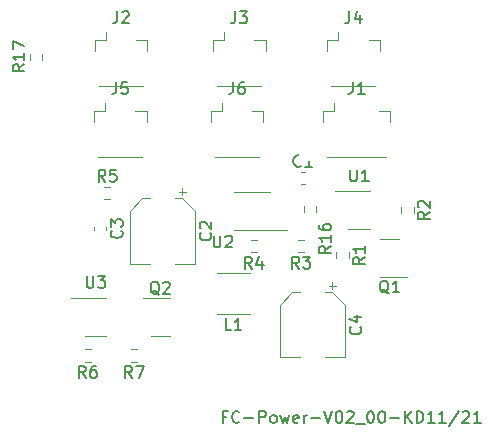
<source format=gto>
G04 #@! TF.GenerationSoftware,KiCad,Pcbnew,5.1.10-88a1d61d58~90~ubuntu20.04.1*
G04 #@! TF.CreationDate,2021-11-23T17:05:44+00:00*
G04 #@! TF.ProjectId,LiPo-power,4c69506f-2d70-46f7-9765-722e6b696361,rev?*
G04 #@! TF.SameCoordinates,Original*
G04 #@! TF.FileFunction,Legend,Top*
G04 #@! TF.FilePolarity,Positive*
%FSLAX46Y46*%
G04 Gerber Fmt 4.6, Leading zero omitted, Abs format (unit mm)*
G04 Created by KiCad (PCBNEW 5.1.10-88a1d61d58~90~ubuntu20.04.1) date 2021-11-23 17:05:44*
%MOMM*%
%LPD*%
G01*
G04 APERTURE LIST*
%ADD10C,0.150000*%
%ADD11C,0.120000*%
%ADD12R,1.560000X0.650000*%
%ADD13R,0.700000X0.510000*%
G04 APERTURE END LIST*
D10*
X138928571Y-103178571D02*
X138595238Y-103178571D01*
X138595238Y-103702380D02*
X138595238Y-102702380D01*
X139071428Y-102702380D01*
X140023809Y-103607142D02*
X139976190Y-103654761D01*
X139833333Y-103702380D01*
X139738095Y-103702380D01*
X139595238Y-103654761D01*
X139500000Y-103559523D01*
X139452380Y-103464285D01*
X139404761Y-103273809D01*
X139404761Y-103130952D01*
X139452380Y-102940476D01*
X139500000Y-102845238D01*
X139595238Y-102750000D01*
X139738095Y-102702380D01*
X139833333Y-102702380D01*
X139976190Y-102750000D01*
X140023809Y-102797619D01*
X140452380Y-103321428D02*
X141214285Y-103321428D01*
X141690476Y-103702380D02*
X141690476Y-102702380D01*
X142071428Y-102702380D01*
X142166666Y-102750000D01*
X142214285Y-102797619D01*
X142261904Y-102892857D01*
X142261904Y-103035714D01*
X142214285Y-103130952D01*
X142166666Y-103178571D01*
X142071428Y-103226190D01*
X141690476Y-103226190D01*
X142833333Y-103702380D02*
X142738095Y-103654761D01*
X142690476Y-103607142D01*
X142642857Y-103511904D01*
X142642857Y-103226190D01*
X142690476Y-103130952D01*
X142738095Y-103083333D01*
X142833333Y-103035714D01*
X142976190Y-103035714D01*
X143071428Y-103083333D01*
X143119047Y-103130952D01*
X143166666Y-103226190D01*
X143166666Y-103511904D01*
X143119047Y-103607142D01*
X143071428Y-103654761D01*
X142976190Y-103702380D01*
X142833333Y-103702380D01*
X143500000Y-103035714D02*
X143690476Y-103702380D01*
X143880952Y-103226190D01*
X144071428Y-103702380D01*
X144261904Y-103035714D01*
X145023809Y-103654761D02*
X144928571Y-103702380D01*
X144738095Y-103702380D01*
X144642857Y-103654761D01*
X144595238Y-103559523D01*
X144595238Y-103178571D01*
X144642857Y-103083333D01*
X144738095Y-103035714D01*
X144928571Y-103035714D01*
X145023809Y-103083333D01*
X145071428Y-103178571D01*
X145071428Y-103273809D01*
X144595238Y-103369047D01*
X145500000Y-103702380D02*
X145500000Y-103035714D01*
X145500000Y-103226190D02*
X145547619Y-103130952D01*
X145595238Y-103083333D01*
X145690476Y-103035714D01*
X145785714Y-103035714D01*
X146119047Y-103321428D02*
X146880952Y-103321428D01*
X147214285Y-102702380D02*
X147547619Y-103702380D01*
X147880952Y-102702380D01*
X148404761Y-102702380D02*
X148500000Y-102702380D01*
X148595238Y-102750000D01*
X148642857Y-102797619D01*
X148690476Y-102892857D01*
X148738095Y-103083333D01*
X148738095Y-103321428D01*
X148690476Y-103511904D01*
X148642857Y-103607142D01*
X148595238Y-103654761D01*
X148500000Y-103702380D01*
X148404761Y-103702380D01*
X148309523Y-103654761D01*
X148261904Y-103607142D01*
X148214285Y-103511904D01*
X148166666Y-103321428D01*
X148166666Y-103083333D01*
X148214285Y-102892857D01*
X148261904Y-102797619D01*
X148309523Y-102750000D01*
X148404761Y-102702380D01*
X149119047Y-102797619D02*
X149166666Y-102750000D01*
X149261904Y-102702380D01*
X149500000Y-102702380D01*
X149595238Y-102750000D01*
X149642857Y-102797619D01*
X149690476Y-102892857D01*
X149690476Y-102988095D01*
X149642857Y-103130952D01*
X149071428Y-103702380D01*
X149690476Y-103702380D01*
X149880952Y-103797619D02*
X150642857Y-103797619D01*
X151071428Y-102702380D02*
X151166666Y-102702380D01*
X151261904Y-102750000D01*
X151309523Y-102797619D01*
X151357142Y-102892857D01*
X151404761Y-103083333D01*
X151404761Y-103321428D01*
X151357142Y-103511904D01*
X151309523Y-103607142D01*
X151261904Y-103654761D01*
X151166666Y-103702380D01*
X151071428Y-103702380D01*
X150976190Y-103654761D01*
X150928571Y-103607142D01*
X150880952Y-103511904D01*
X150833333Y-103321428D01*
X150833333Y-103083333D01*
X150880952Y-102892857D01*
X150928571Y-102797619D01*
X150976190Y-102750000D01*
X151071428Y-102702380D01*
X152023809Y-102702380D02*
X152119047Y-102702380D01*
X152214285Y-102750000D01*
X152261904Y-102797619D01*
X152309523Y-102892857D01*
X152357142Y-103083333D01*
X152357142Y-103321428D01*
X152309523Y-103511904D01*
X152261904Y-103607142D01*
X152214285Y-103654761D01*
X152119047Y-103702380D01*
X152023809Y-103702380D01*
X151928571Y-103654761D01*
X151880952Y-103607142D01*
X151833333Y-103511904D01*
X151785714Y-103321428D01*
X151785714Y-103083333D01*
X151833333Y-102892857D01*
X151880952Y-102797619D01*
X151928571Y-102750000D01*
X152023809Y-102702380D01*
X152785714Y-103321428D02*
X153547619Y-103321428D01*
X154023809Y-103702380D02*
X154023809Y-102702380D01*
X154595238Y-103702380D02*
X154166666Y-103130952D01*
X154595238Y-102702380D02*
X154023809Y-103273809D01*
X155023809Y-103702380D02*
X155023809Y-102702380D01*
X155261904Y-102702380D01*
X155404761Y-102750000D01*
X155500000Y-102845238D01*
X155547619Y-102940476D01*
X155595238Y-103130952D01*
X155595238Y-103273809D01*
X155547619Y-103464285D01*
X155500000Y-103559523D01*
X155404761Y-103654761D01*
X155261904Y-103702380D01*
X155023809Y-103702380D01*
X156547619Y-103702380D02*
X155976190Y-103702380D01*
X156261904Y-103702380D02*
X156261904Y-102702380D01*
X156166666Y-102845238D01*
X156071428Y-102940476D01*
X155976190Y-102988095D01*
X157500000Y-103702380D02*
X156928571Y-103702380D01*
X157214285Y-103702380D02*
X157214285Y-102702380D01*
X157119047Y-102845238D01*
X157023809Y-102940476D01*
X156928571Y-102988095D01*
X158642857Y-102654761D02*
X157785714Y-103940476D01*
X158928571Y-102797619D02*
X158976190Y-102750000D01*
X159071428Y-102702380D01*
X159309523Y-102702380D01*
X159404761Y-102750000D01*
X159452380Y-102797619D01*
X159500000Y-102892857D01*
X159500000Y-102988095D01*
X159452380Y-103130952D01*
X158880952Y-103702380D01*
X159500000Y-103702380D01*
X160452380Y-103702380D02*
X159880952Y-103702380D01*
X160166666Y-103702380D02*
X160166666Y-102702380D01*
X160071428Y-102845238D01*
X159976190Y-102940476D01*
X159880952Y-102988095D01*
D11*
X122277500Y-72967224D02*
X122277500Y-72457776D01*
X123322500Y-72967224D02*
X123322500Y-72457776D01*
X146522500Y-85842224D02*
X146522500Y-85332776D01*
X145477500Y-85842224D02*
X145477500Y-85332776D01*
X126950000Y-96310000D02*
X128750000Y-96310000D01*
X128750000Y-93090000D02*
X125800000Y-93090000D01*
X131342224Y-98522500D02*
X130832776Y-98522500D01*
X131342224Y-97477500D02*
X130832776Y-97477500D01*
X127417224Y-98522500D02*
X126907776Y-98522500D01*
X127417224Y-97477500D02*
X126907776Y-97477500D01*
X132540000Y-96350000D02*
X134140000Y-96350000D01*
X134140000Y-93150000D02*
X131840000Y-93150000D01*
X128582776Y-83727500D02*
X129092224Y-83727500D01*
X128582776Y-84772500D02*
X129092224Y-84772500D01*
X141504724Y-89272500D02*
X140995276Y-89272500D01*
X141504724Y-88227500D02*
X140995276Y-88227500D01*
X145504724Y-89272500D02*
X144995276Y-89272500D01*
X145504724Y-88227500D02*
X144995276Y-88227500D01*
X154772500Y-85407776D02*
X154772500Y-85917224D01*
X153727500Y-85407776D02*
X153727500Y-85917224D01*
X149272500Y-89245276D02*
X149272500Y-89754724D01*
X148227500Y-89245276D02*
X148227500Y-89754724D01*
X128760000Y-87103733D02*
X128760000Y-87396267D01*
X127740000Y-87103733D02*
X127740000Y-87396267D01*
X145241233Y-82490000D02*
X145533767Y-82490000D01*
X145241233Y-83510000D02*
X145533767Y-83510000D01*
X137590000Y-78240000D02*
X137590000Y-77290000D01*
X137590000Y-77290000D02*
X138540000Y-77290000D01*
X138540000Y-77290000D02*
X138540000Y-76600000D01*
X142060000Y-78240000D02*
X142060000Y-77290000D01*
X142060000Y-77290000D02*
X141110000Y-77290000D01*
X137960000Y-81210000D02*
X141690000Y-81210000D01*
X127690000Y-78240000D02*
X127690000Y-77290000D01*
X127690000Y-77290000D02*
X128640000Y-77290000D01*
X128640000Y-77290000D02*
X128640000Y-76600000D01*
X132160000Y-78240000D02*
X132160000Y-77290000D01*
X132160000Y-77290000D02*
X131210000Y-77290000D01*
X128060000Y-81210000D02*
X131790000Y-81210000D01*
X147440000Y-72240000D02*
X147440000Y-71290000D01*
X147440000Y-71290000D02*
X148390000Y-71290000D01*
X148390000Y-71290000D02*
X148390000Y-70600000D01*
X151910000Y-72240000D02*
X151910000Y-71290000D01*
X151910000Y-71290000D02*
X150960000Y-71290000D01*
X147810000Y-75210000D02*
X151540000Y-75210000D01*
X137765000Y-72240000D02*
X137765000Y-71290000D01*
X137765000Y-71290000D02*
X138715000Y-71290000D01*
X138715000Y-71290000D02*
X138715000Y-70600000D01*
X142235000Y-72240000D02*
X142235000Y-71290000D01*
X142235000Y-71290000D02*
X141285000Y-71290000D01*
X138135000Y-75210000D02*
X141865000Y-75210000D01*
X127765000Y-72240000D02*
X127765000Y-71290000D01*
X127765000Y-71290000D02*
X128715000Y-71290000D01*
X128715000Y-71290000D02*
X128715000Y-70600000D01*
X132235000Y-72240000D02*
X132235000Y-71290000D01*
X132235000Y-71290000D02*
X131285000Y-71290000D01*
X128135000Y-75210000D02*
X131865000Y-75210000D01*
X141100000Y-87360000D02*
X144025000Y-87360000D01*
X141100000Y-87360000D02*
X139600000Y-87360000D01*
X141100000Y-84140000D02*
X142600000Y-84140000D01*
X141100000Y-84140000D02*
X139600000Y-84140000D01*
X151050000Y-84090000D02*
X148100000Y-84090000D01*
X149250000Y-87310000D02*
X151050000Y-87310000D01*
X151950000Y-91350000D02*
X154250000Y-91350000D01*
X153550000Y-88150000D02*
X151950000Y-88150000D01*
X140886252Y-91040000D02*
X138113748Y-91040000D01*
X140886252Y-94460000D02*
X138113748Y-94460000D01*
X147460000Y-81210000D02*
X152440000Y-81210000D01*
X152810000Y-77290000D02*
X151860000Y-77290000D01*
X152810000Y-78240000D02*
X152810000Y-77290000D01*
X148040000Y-77290000D02*
X148040000Y-76600000D01*
X147090000Y-77290000D02*
X148040000Y-77290000D01*
X147090000Y-78240000D02*
X147090000Y-77290000D01*
X148197500Y-92087500D02*
X147572500Y-92087500D01*
X147885000Y-91775000D02*
X147885000Y-92400000D01*
X144504437Y-92640000D02*
X143440000Y-93704437D01*
X147895563Y-92640000D02*
X148960000Y-93704437D01*
X147895563Y-92640000D02*
X147260000Y-92640000D01*
X144504437Y-92640000D02*
X145140000Y-92640000D01*
X143440000Y-93704437D02*
X143440000Y-98160000D01*
X148960000Y-93704437D02*
X148960000Y-98160000D01*
X148960000Y-98160000D02*
X147260000Y-98160000D01*
X143440000Y-98160000D02*
X145140000Y-98160000D01*
X135497500Y-84137500D02*
X134872500Y-84137500D01*
X135185000Y-83825000D02*
X135185000Y-84450000D01*
X131804437Y-84690000D02*
X130740000Y-85754437D01*
X135195563Y-84690000D02*
X136260000Y-85754437D01*
X135195563Y-84690000D02*
X134560000Y-84690000D01*
X131804437Y-84690000D02*
X132440000Y-84690000D01*
X130740000Y-85754437D02*
X130740000Y-90210000D01*
X136260000Y-85754437D02*
X136260000Y-90210000D01*
X136260000Y-90210000D02*
X134560000Y-90210000D01*
X130740000Y-90210000D02*
X132440000Y-90210000D01*
D10*
X121822380Y-73355357D02*
X121346190Y-73688690D01*
X121822380Y-73926785D02*
X120822380Y-73926785D01*
X120822380Y-73545833D01*
X120870000Y-73450595D01*
X120917619Y-73402976D01*
X121012857Y-73355357D01*
X121155714Y-73355357D01*
X121250952Y-73402976D01*
X121298571Y-73450595D01*
X121346190Y-73545833D01*
X121346190Y-73926785D01*
X121822380Y-72402976D02*
X121822380Y-72974404D01*
X121822380Y-72688690D02*
X120822380Y-72688690D01*
X120965238Y-72783928D01*
X121060476Y-72879166D01*
X121108095Y-72974404D01*
X120822380Y-72069642D02*
X120822380Y-71402976D01*
X121822380Y-71831547D01*
X147752380Y-88742857D02*
X147276190Y-89076190D01*
X147752380Y-89314285D02*
X146752380Y-89314285D01*
X146752380Y-88933333D01*
X146800000Y-88838095D01*
X146847619Y-88790476D01*
X146942857Y-88742857D01*
X147085714Y-88742857D01*
X147180952Y-88790476D01*
X147228571Y-88838095D01*
X147276190Y-88933333D01*
X147276190Y-89314285D01*
X147752380Y-87790476D02*
X147752380Y-88361904D01*
X147752380Y-88076190D02*
X146752380Y-88076190D01*
X146895238Y-88171428D01*
X146990476Y-88266666D01*
X147038095Y-88361904D01*
X146752380Y-86933333D02*
X146752380Y-87123809D01*
X146800000Y-87219047D01*
X146847619Y-87266666D01*
X146990476Y-87361904D01*
X147180952Y-87409523D01*
X147561904Y-87409523D01*
X147657142Y-87361904D01*
X147704761Y-87314285D01*
X147752380Y-87219047D01*
X147752380Y-87028571D01*
X147704761Y-86933333D01*
X147657142Y-86885714D01*
X147561904Y-86838095D01*
X147323809Y-86838095D01*
X147228571Y-86885714D01*
X147180952Y-86933333D01*
X147133333Y-87028571D01*
X147133333Y-87219047D01*
X147180952Y-87314285D01*
X147228571Y-87361904D01*
X147323809Y-87409523D01*
X127088095Y-91252380D02*
X127088095Y-92061904D01*
X127135714Y-92157142D01*
X127183333Y-92204761D01*
X127278571Y-92252380D01*
X127469047Y-92252380D01*
X127564285Y-92204761D01*
X127611904Y-92157142D01*
X127659523Y-92061904D01*
X127659523Y-91252380D01*
X128040476Y-91252380D02*
X128659523Y-91252380D01*
X128326190Y-91633333D01*
X128469047Y-91633333D01*
X128564285Y-91680952D01*
X128611904Y-91728571D01*
X128659523Y-91823809D01*
X128659523Y-92061904D01*
X128611904Y-92157142D01*
X128564285Y-92204761D01*
X128469047Y-92252380D01*
X128183333Y-92252380D01*
X128088095Y-92204761D01*
X128040476Y-92157142D01*
X130920833Y-99882380D02*
X130587500Y-99406190D01*
X130349404Y-99882380D02*
X130349404Y-98882380D01*
X130730357Y-98882380D01*
X130825595Y-98930000D01*
X130873214Y-98977619D01*
X130920833Y-99072857D01*
X130920833Y-99215714D01*
X130873214Y-99310952D01*
X130825595Y-99358571D01*
X130730357Y-99406190D01*
X130349404Y-99406190D01*
X131254166Y-98882380D02*
X131920833Y-98882380D01*
X131492261Y-99882380D01*
X126995833Y-99882380D02*
X126662500Y-99406190D01*
X126424404Y-99882380D02*
X126424404Y-98882380D01*
X126805357Y-98882380D01*
X126900595Y-98930000D01*
X126948214Y-98977619D01*
X126995833Y-99072857D01*
X126995833Y-99215714D01*
X126948214Y-99310952D01*
X126900595Y-99358571D01*
X126805357Y-99406190D01*
X126424404Y-99406190D01*
X127852976Y-98882380D02*
X127662500Y-98882380D01*
X127567261Y-98930000D01*
X127519642Y-98977619D01*
X127424404Y-99120476D01*
X127376785Y-99310952D01*
X127376785Y-99691904D01*
X127424404Y-99787142D01*
X127472023Y-99834761D01*
X127567261Y-99882380D01*
X127757738Y-99882380D01*
X127852976Y-99834761D01*
X127900595Y-99787142D01*
X127948214Y-99691904D01*
X127948214Y-99453809D01*
X127900595Y-99358571D01*
X127852976Y-99310952D01*
X127757738Y-99263333D01*
X127567261Y-99263333D01*
X127472023Y-99310952D01*
X127424404Y-99358571D01*
X127376785Y-99453809D01*
X133244761Y-92847619D02*
X133149523Y-92800000D01*
X133054285Y-92704761D01*
X132911428Y-92561904D01*
X132816190Y-92514285D01*
X132720952Y-92514285D01*
X132768571Y-92752380D02*
X132673333Y-92704761D01*
X132578095Y-92609523D01*
X132530476Y-92419047D01*
X132530476Y-92085714D01*
X132578095Y-91895238D01*
X132673333Y-91800000D01*
X132768571Y-91752380D01*
X132959047Y-91752380D01*
X133054285Y-91800000D01*
X133149523Y-91895238D01*
X133197142Y-92085714D01*
X133197142Y-92419047D01*
X133149523Y-92609523D01*
X133054285Y-92704761D01*
X132959047Y-92752380D01*
X132768571Y-92752380D01*
X133578095Y-91847619D02*
X133625714Y-91800000D01*
X133720952Y-91752380D01*
X133959047Y-91752380D01*
X134054285Y-91800000D01*
X134101904Y-91847619D01*
X134149523Y-91942857D01*
X134149523Y-92038095D01*
X134101904Y-92180952D01*
X133530476Y-92752380D01*
X134149523Y-92752380D01*
X128670833Y-83272380D02*
X128337500Y-82796190D01*
X128099404Y-83272380D02*
X128099404Y-82272380D01*
X128480357Y-82272380D01*
X128575595Y-82320000D01*
X128623214Y-82367619D01*
X128670833Y-82462857D01*
X128670833Y-82605714D01*
X128623214Y-82700952D01*
X128575595Y-82748571D01*
X128480357Y-82796190D01*
X128099404Y-82796190D01*
X129575595Y-82272380D02*
X129099404Y-82272380D01*
X129051785Y-82748571D01*
X129099404Y-82700952D01*
X129194642Y-82653333D01*
X129432738Y-82653333D01*
X129527976Y-82700952D01*
X129575595Y-82748571D01*
X129623214Y-82843809D01*
X129623214Y-83081904D01*
X129575595Y-83177142D01*
X129527976Y-83224761D01*
X129432738Y-83272380D01*
X129194642Y-83272380D01*
X129099404Y-83224761D01*
X129051785Y-83177142D01*
X141083333Y-90632380D02*
X140750000Y-90156190D01*
X140511904Y-90632380D02*
X140511904Y-89632380D01*
X140892857Y-89632380D01*
X140988095Y-89680000D01*
X141035714Y-89727619D01*
X141083333Y-89822857D01*
X141083333Y-89965714D01*
X141035714Y-90060952D01*
X140988095Y-90108571D01*
X140892857Y-90156190D01*
X140511904Y-90156190D01*
X141940476Y-89965714D02*
X141940476Y-90632380D01*
X141702380Y-89584761D02*
X141464285Y-90299047D01*
X142083333Y-90299047D01*
X145083333Y-90632380D02*
X144750000Y-90156190D01*
X144511904Y-90632380D02*
X144511904Y-89632380D01*
X144892857Y-89632380D01*
X144988095Y-89680000D01*
X145035714Y-89727619D01*
X145083333Y-89822857D01*
X145083333Y-89965714D01*
X145035714Y-90060952D01*
X144988095Y-90108571D01*
X144892857Y-90156190D01*
X144511904Y-90156190D01*
X145416666Y-89632380D02*
X146035714Y-89632380D01*
X145702380Y-90013333D01*
X145845238Y-90013333D01*
X145940476Y-90060952D01*
X145988095Y-90108571D01*
X146035714Y-90203809D01*
X146035714Y-90441904D01*
X145988095Y-90537142D01*
X145940476Y-90584761D01*
X145845238Y-90632380D01*
X145559523Y-90632380D01*
X145464285Y-90584761D01*
X145416666Y-90537142D01*
X156132380Y-85829166D02*
X155656190Y-86162500D01*
X156132380Y-86400595D02*
X155132380Y-86400595D01*
X155132380Y-86019642D01*
X155180000Y-85924404D01*
X155227619Y-85876785D01*
X155322857Y-85829166D01*
X155465714Y-85829166D01*
X155560952Y-85876785D01*
X155608571Y-85924404D01*
X155656190Y-86019642D01*
X155656190Y-86400595D01*
X155227619Y-85448214D02*
X155180000Y-85400595D01*
X155132380Y-85305357D01*
X155132380Y-85067261D01*
X155180000Y-84972023D01*
X155227619Y-84924404D01*
X155322857Y-84876785D01*
X155418095Y-84876785D01*
X155560952Y-84924404D01*
X156132380Y-85495833D01*
X156132380Y-84876785D01*
X150632380Y-89666666D02*
X150156190Y-90000000D01*
X150632380Y-90238095D02*
X149632380Y-90238095D01*
X149632380Y-89857142D01*
X149680000Y-89761904D01*
X149727619Y-89714285D01*
X149822857Y-89666666D01*
X149965714Y-89666666D01*
X150060952Y-89714285D01*
X150108571Y-89761904D01*
X150156190Y-89857142D01*
X150156190Y-90238095D01*
X150632380Y-88714285D02*
X150632380Y-89285714D01*
X150632380Y-89000000D02*
X149632380Y-89000000D01*
X149775238Y-89095238D01*
X149870476Y-89190476D01*
X149918095Y-89285714D01*
X130037142Y-87416666D02*
X130084761Y-87464285D01*
X130132380Y-87607142D01*
X130132380Y-87702380D01*
X130084761Y-87845238D01*
X129989523Y-87940476D01*
X129894285Y-87988095D01*
X129703809Y-88035714D01*
X129560952Y-88035714D01*
X129370476Y-87988095D01*
X129275238Y-87940476D01*
X129180000Y-87845238D01*
X129132380Y-87702380D01*
X129132380Y-87607142D01*
X129180000Y-87464285D01*
X129227619Y-87416666D01*
X129132380Y-87083333D02*
X129132380Y-86464285D01*
X129513333Y-86797619D01*
X129513333Y-86654761D01*
X129560952Y-86559523D01*
X129608571Y-86511904D01*
X129703809Y-86464285D01*
X129941904Y-86464285D01*
X130037142Y-86511904D01*
X130084761Y-86559523D01*
X130132380Y-86654761D01*
X130132380Y-86940476D01*
X130084761Y-87035714D01*
X130037142Y-87083333D01*
X145220833Y-81927142D02*
X145173214Y-81974761D01*
X145030357Y-82022380D01*
X144935119Y-82022380D01*
X144792261Y-81974761D01*
X144697023Y-81879523D01*
X144649404Y-81784285D01*
X144601785Y-81593809D01*
X144601785Y-81450952D01*
X144649404Y-81260476D01*
X144697023Y-81165238D01*
X144792261Y-81070000D01*
X144935119Y-81022380D01*
X145030357Y-81022380D01*
X145173214Y-81070000D01*
X145220833Y-81117619D01*
X146173214Y-82022380D02*
X145601785Y-82022380D01*
X145887500Y-82022380D02*
X145887500Y-81022380D01*
X145792261Y-81165238D01*
X145697023Y-81260476D01*
X145601785Y-81308095D01*
X139491666Y-74852380D02*
X139491666Y-75566666D01*
X139444047Y-75709523D01*
X139348809Y-75804761D01*
X139205952Y-75852380D01*
X139110714Y-75852380D01*
X140396428Y-74852380D02*
X140205952Y-74852380D01*
X140110714Y-74900000D01*
X140063095Y-74947619D01*
X139967857Y-75090476D01*
X139920238Y-75280952D01*
X139920238Y-75661904D01*
X139967857Y-75757142D01*
X140015476Y-75804761D01*
X140110714Y-75852380D01*
X140301190Y-75852380D01*
X140396428Y-75804761D01*
X140444047Y-75757142D01*
X140491666Y-75661904D01*
X140491666Y-75423809D01*
X140444047Y-75328571D01*
X140396428Y-75280952D01*
X140301190Y-75233333D01*
X140110714Y-75233333D01*
X140015476Y-75280952D01*
X139967857Y-75328571D01*
X139920238Y-75423809D01*
X129591666Y-74852380D02*
X129591666Y-75566666D01*
X129544047Y-75709523D01*
X129448809Y-75804761D01*
X129305952Y-75852380D01*
X129210714Y-75852380D01*
X130544047Y-74852380D02*
X130067857Y-74852380D01*
X130020238Y-75328571D01*
X130067857Y-75280952D01*
X130163095Y-75233333D01*
X130401190Y-75233333D01*
X130496428Y-75280952D01*
X130544047Y-75328571D01*
X130591666Y-75423809D01*
X130591666Y-75661904D01*
X130544047Y-75757142D01*
X130496428Y-75804761D01*
X130401190Y-75852380D01*
X130163095Y-75852380D01*
X130067857Y-75804761D01*
X130020238Y-75757142D01*
X149341666Y-68852380D02*
X149341666Y-69566666D01*
X149294047Y-69709523D01*
X149198809Y-69804761D01*
X149055952Y-69852380D01*
X148960714Y-69852380D01*
X150246428Y-69185714D02*
X150246428Y-69852380D01*
X150008333Y-68804761D02*
X149770238Y-69519047D01*
X150389285Y-69519047D01*
X139666666Y-68852380D02*
X139666666Y-69566666D01*
X139619047Y-69709523D01*
X139523809Y-69804761D01*
X139380952Y-69852380D01*
X139285714Y-69852380D01*
X140047619Y-68852380D02*
X140666666Y-68852380D01*
X140333333Y-69233333D01*
X140476190Y-69233333D01*
X140571428Y-69280952D01*
X140619047Y-69328571D01*
X140666666Y-69423809D01*
X140666666Y-69661904D01*
X140619047Y-69757142D01*
X140571428Y-69804761D01*
X140476190Y-69852380D01*
X140190476Y-69852380D01*
X140095238Y-69804761D01*
X140047619Y-69757142D01*
X129666666Y-68852380D02*
X129666666Y-69566666D01*
X129619047Y-69709523D01*
X129523809Y-69804761D01*
X129380952Y-69852380D01*
X129285714Y-69852380D01*
X130095238Y-68947619D02*
X130142857Y-68900000D01*
X130238095Y-68852380D01*
X130476190Y-68852380D01*
X130571428Y-68900000D01*
X130619047Y-68947619D01*
X130666666Y-69042857D01*
X130666666Y-69138095D01*
X130619047Y-69280952D01*
X130047619Y-69852380D01*
X130666666Y-69852380D01*
X137838095Y-87852380D02*
X137838095Y-88661904D01*
X137885714Y-88757142D01*
X137933333Y-88804761D01*
X138028571Y-88852380D01*
X138219047Y-88852380D01*
X138314285Y-88804761D01*
X138361904Y-88757142D01*
X138409523Y-88661904D01*
X138409523Y-87852380D01*
X138838095Y-87947619D02*
X138885714Y-87900000D01*
X138980952Y-87852380D01*
X139219047Y-87852380D01*
X139314285Y-87900000D01*
X139361904Y-87947619D01*
X139409523Y-88042857D01*
X139409523Y-88138095D01*
X139361904Y-88280952D01*
X138790476Y-88852380D01*
X139409523Y-88852380D01*
X149388095Y-82252380D02*
X149388095Y-83061904D01*
X149435714Y-83157142D01*
X149483333Y-83204761D01*
X149578571Y-83252380D01*
X149769047Y-83252380D01*
X149864285Y-83204761D01*
X149911904Y-83157142D01*
X149959523Y-83061904D01*
X149959523Y-82252380D01*
X150959523Y-83252380D02*
X150388095Y-83252380D01*
X150673809Y-83252380D02*
X150673809Y-82252380D01*
X150578571Y-82395238D01*
X150483333Y-82490476D01*
X150388095Y-82538095D01*
X152654761Y-92747619D02*
X152559523Y-92700000D01*
X152464285Y-92604761D01*
X152321428Y-92461904D01*
X152226190Y-92414285D01*
X152130952Y-92414285D01*
X152178571Y-92652380D02*
X152083333Y-92604761D01*
X151988095Y-92509523D01*
X151940476Y-92319047D01*
X151940476Y-91985714D01*
X151988095Y-91795238D01*
X152083333Y-91700000D01*
X152178571Y-91652380D01*
X152369047Y-91652380D01*
X152464285Y-91700000D01*
X152559523Y-91795238D01*
X152607142Y-91985714D01*
X152607142Y-92319047D01*
X152559523Y-92509523D01*
X152464285Y-92604761D01*
X152369047Y-92652380D01*
X152178571Y-92652380D01*
X153559523Y-92652380D02*
X152988095Y-92652380D01*
X153273809Y-92652380D02*
X153273809Y-91652380D01*
X153178571Y-91795238D01*
X153083333Y-91890476D01*
X152988095Y-91938095D01*
X139333333Y-95852380D02*
X138857142Y-95852380D01*
X138857142Y-94852380D01*
X140190476Y-95852380D02*
X139619047Y-95852380D01*
X139904761Y-95852380D02*
X139904761Y-94852380D01*
X139809523Y-94995238D01*
X139714285Y-95090476D01*
X139619047Y-95138095D01*
X149616666Y-74852380D02*
X149616666Y-75566666D01*
X149569047Y-75709523D01*
X149473809Y-75804761D01*
X149330952Y-75852380D01*
X149235714Y-75852380D01*
X150616666Y-75852380D02*
X150045238Y-75852380D01*
X150330952Y-75852380D02*
X150330952Y-74852380D01*
X150235714Y-74995238D01*
X150140476Y-75090476D01*
X150045238Y-75138095D01*
X150257142Y-95566666D02*
X150304761Y-95614285D01*
X150352380Y-95757142D01*
X150352380Y-95852380D01*
X150304761Y-95995238D01*
X150209523Y-96090476D01*
X150114285Y-96138095D01*
X149923809Y-96185714D01*
X149780952Y-96185714D01*
X149590476Y-96138095D01*
X149495238Y-96090476D01*
X149400000Y-95995238D01*
X149352380Y-95852380D01*
X149352380Y-95757142D01*
X149400000Y-95614285D01*
X149447619Y-95566666D01*
X149685714Y-94709523D02*
X150352380Y-94709523D01*
X149304761Y-94947619D02*
X150019047Y-95185714D01*
X150019047Y-94566666D01*
X137557142Y-87616666D02*
X137604761Y-87664285D01*
X137652380Y-87807142D01*
X137652380Y-87902380D01*
X137604761Y-88045238D01*
X137509523Y-88140476D01*
X137414285Y-88188095D01*
X137223809Y-88235714D01*
X137080952Y-88235714D01*
X136890476Y-88188095D01*
X136795238Y-88140476D01*
X136700000Y-88045238D01*
X136652380Y-87902380D01*
X136652380Y-87807142D01*
X136700000Y-87664285D01*
X136747619Y-87616666D01*
X136747619Y-87235714D02*
X136700000Y-87188095D01*
X136652380Y-87092857D01*
X136652380Y-86854761D01*
X136700000Y-86759523D01*
X136747619Y-86711904D01*
X136842857Y-86664285D01*
X136938095Y-86664285D01*
X137080952Y-86711904D01*
X137652380Y-87283333D01*
X137652380Y-86664285D01*
%LPC*%
G36*
G01*
X123037500Y-72287500D02*
X122562500Y-72287500D01*
G75*
G02*
X122325000Y-72050000I0J237500D01*
G01*
X122325000Y-71550000D01*
G75*
G02*
X122562500Y-71312500I237500J0D01*
G01*
X123037500Y-71312500D01*
G75*
G02*
X123275000Y-71550000I0J-237500D01*
G01*
X123275000Y-72050000D01*
G75*
G02*
X123037500Y-72287500I-237500J0D01*
G01*
G37*
G36*
G01*
X123037500Y-74112500D02*
X122562500Y-74112500D01*
G75*
G02*
X122325000Y-73875000I0J237500D01*
G01*
X122325000Y-73375000D01*
G75*
G02*
X122562500Y-73137500I237500J0D01*
G01*
X123037500Y-73137500D01*
G75*
G02*
X123275000Y-73375000I0J-237500D01*
G01*
X123275000Y-73875000D01*
G75*
G02*
X123037500Y-74112500I-237500J0D01*
G01*
G37*
G36*
G01*
X146237500Y-85162500D02*
X145762500Y-85162500D01*
G75*
G02*
X145525000Y-84925000I0J237500D01*
G01*
X145525000Y-84425000D01*
G75*
G02*
X145762500Y-84187500I237500J0D01*
G01*
X146237500Y-84187500D01*
G75*
G02*
X146475000Y-84425000I0J-237500D01*
G01*
X146475000Y-84925000D01*
G75*
G02*
X146237500Y-85162500I-237500J0D01*
G01*
G37*
G36*
G01*
X146237500Y-86987500D02*
X145762500Y-86987500D01*
G75*
G02*
X145525000Y-86750000I0J237500D01*
G01*
X145525000Y-86250000D01*
G75*
G02*
X145762500Y-86012500I237500J0D01*
G01*
X146237500Y-86012500D01*
G75*
G02*
X146475000Y-86250000I0J-237500D01*
G01*
X146475000Y-86750000D01*
G75*
G02*
X146237500Y-86987500I-237500J0D01*
G01*
G37*
D12*
X129200000Y-94700000D03*
X129200000Y-93750000D03*
X129200000Y-95650000D03*
X126500000Y-95650000D03*
X126500000Y-94700000D03*
X126500000Y-93750000D03*
G36*
G01*
X130662500Y-97762500D02*
X130662500Y-98237500D01*
G75*
G02*
X130425000Y-98475000I-237500J0D01*
G01*
X129925000Y-98475000D01*
G75*
G02*
X129687500Y-98237500I0J237500D01*
G01*
X129687500Y-97762500D01*
G75*
G02*
X129925000Y-97525000I237500J0D01*
G01*
X130425000Y-97525000D01*
G75*
G02*
X130662500Y-97762500I0J-237500D01*
G01*
G37*
G36*
G01*
X132487500Y-97762500D02*
X132487500Y-98237500D01*
G75*
G02*
X132250000Y-98475000I-237500J0D01*
G01*
X131750000Y-98475000D01*
G75*
G02*
X131512500Y-98237500I0J237500D01*
G01*
X131512500Y-97762500D01*
G75*
G02*
X131750000Y-97525000I237500J0D01*
G01*
X132250000Y-97525000D01*
G75*
G02*
X132487500Y-97762500I0J-237500D01*
G01*
G37*
G36*
G01*
X126737500Y-97762500D02*
X126737500Y-98237500D01*
G75*
G02*
X126500000Y-98475000I-237500J0D01*
G01*
X126000000Y-98475000D01*
G75*
G02*
X125762500Y-98237500I0J237500D01*
G01*
X125762500Y-97762500D01*
G75*
G02*
X126000000Y-97525000I237500J0D01*
G01*
X126500000Y-97525000D01*
G75*
G02*
X126737500Y-97762500I0J-237500D01*
G01*
G37*
G36*
G01*
X128562500Y-97762500D02*
X128562500Y-98237500D01*
G75*
G02*
X128325000Y-98475000I-237500J0D01*
G01*
X127825000Y-98475000D01*
G75*
G02*
X127587500Y-98237500I0J237500D01*
G01*
X127587500Y-97762500D01*
G75*
G02*
X127825000Y-97525000I237500J0D01*
G01*
X128325000Y-97525000D01*
G75*
G02*
X128562500Y-97762500I0J-237500D01*
G01*
G37*
D13*
X134500000Y-93800000D03*
X134500000Y-94750000D03*
X134500000Y-95700000D03*
X132180000Y-95700000D03*
X132180000Y-94750000D03*
X132180000Y-93800000D03*
G36*
G01*
X129262500Y-84487500D02*
X129262500Y-84012500D01*
G75*
G02*
X129500000Y-83775000I237500J0D01*
G01*
X130000000Y-83775000D01*
G75*
G02*
X130237500Y-84012500I0J-237500D01*
G01*
X130237500Y-84487500D01*
G75*
G02*
X130000000Y-84725000I-237500J0D01*
G01*
X129500000Y-84725000D01*
G75*
G02*
X129262500Y-84487500I0J237500D01*
G01*
G37*
G36*
G01*
X127437500Y-84487500D02*
X127437500Y-84012500D01*
G75*
G02*
X127675000Y-83775000I237500J0D01*
G01*
X128175000Y-83775000D01*
G75*
G02*
X128412500Y-84012500I0J-237500D01*
G01*
X128412500Y-84487500D01*
G75*
G02*
X128175000Y-84725000I-237500J0D01*
G01*
X127675000Y-84725000D01*
G75*
G02*
X127437500Y-84487500I0J237500D01*
G01*
G37*
G36*
G01*
X140825000Y-88512500D02*
X140825000Y-88987500D01*
G75*
G02*
X140587500Y-89225000I-237500J0D01*
G01*
X140087500Y-89225000D01*
G75*
G02*
X139850000Y-88987500I0J237500D01*
G01*
X139850000Y-88512500D01*
G75*
G02*
X140087500Y-88275000I237500J0D01*
G01*
X140587500Y-88275000D01*
G75*
G02*
X140825000Y-88512500I0J-237500D01*
G01*
G37*
G36*
G01*
X142650000Y-88512500D02*
X142650000Y-88987500D01*
G75*
G02*
X142412500Y-89225000I-237500J0D01*
G01*
X141912500Y-89225000D01*
G75*
G02*
X141675000Y-88987500I0J237500D01*
G01*
X141675000Y-88512500D01*
G75*
G02*
X141912500Y-88275000I237500J0D01*
G01*
X142412500Y-88275000D01*
G75*
G02*
X142650000Y-88512500I0J-237500D01*
G01*
G37*
G36*
G01*
X144825000Y-88512500D02*
X144825000Y-88987500D01*
G75*
G02*
X144587500Y-89225000I-237500J0D01*
G01*
X144087500Y-89225000D01*
G75*
G02*
X143850000Y-88987500I0J237500D01*
G01*
X143850000Y-88512500D01*
G75*
G02*
X144087500Y-88275000I237500J0D01*
G01*
X144587500Y-88275000D01*
G75*
G02*
X144825000Y-88512500I0J-237500D01*
G01*
G37*
G36*
G01*
X146650000Y-88512500D02*
X146650000Y-88987500D01*
G75*
G02*
X146412500Y-89225000I-237500J0D01*
G01*
X145912500Y-89225000D01*
G75*
G02*
X145675000Y-88987500I0J237500D01*
G01*
X145675000Y-88512500D01*
G75*
G02*
X145912500Y-88275000I237500J0D01*
G01*
X146412500Y-88275000D01*
G75*
G02*
X146650000Y-88512500I0J-237500D01*
G01*
G37*
G36*
G01*
X154012500Y-86087500D02*
X154487500Y-86087500D01*
G75*
G02*
X154725000Y-86325000I0J-237500D01*
G01*
X154725000Y-86825000D01*
G75*
G02*
X154487500Y-87062500I-237500J0D01*
G01*
X154012500Y-87062500D01*
G75*
G02*
X153775000Y-86825000I0J237500D01*
G01*
X153775000Y-86325000D01*
G75*
G02*
X154012500Y-86087500I237500J0D01*
G01*
G37*
G36*
G01*
X154012500Y-84262500D02*
X154487500Y-84262500D01*
G75*
G02*
X154725000Y-84500000I0J-237500D01*
G01*
X154725000Y-85000000D01*
G75*
G02*
X154487500Y-85237500I-237500J0D01*
G01*
X154012500Y-85237500D01*
G75*
G02*
X153775000Y-85000000I0J237500D01*
G01*
X153775000Y-84500000D01*
G75*
G02*
X154012500Y-84262500I237500J0D01*
G01*
G37*
G36*
G01*
X148512500Y-89925000D02*
X148987500Y-89925000D01*
G75*
G02*
X149225000Y-90162500I0J-237500D01*
G01*
X149225000Y-90662500D01*
G75*
G02*
X148987500Y-90900000I-237500J0D01*
G01*
X148512500Y-90900000D01*
G75*
G02*
X148275000Y-90662500I0J237500D01*
G01*
X148275000Y-90162500D01*
G75*
G02*
X148512500Y-89925000I237500J0D01*
G01*
G37*
G36*
G01*
X148512500Y-88100000D02*
X148987500Y-88100000D01*
G75*
G02*
X149225000Y-88337500I0J-237500D01*
G01*
X149225000Y-88837500D01*
G75*
G02*
X148987500Y-89075000I-237500J0D01*
G01*
X148512500Y-89075000D01*
G75*
G02*
X148275000Y-88837500I0J237500D01*
G01*
X148275000Y-88337500D01*
G75*
G02*
X148512500Y-88100000I237500J0D01*
G01*
G37*
G36*
G01*
X128012500Y-87575000D02*
X128487500Y-87575000D01*
G75*
G02*
X128725000Y-87812500I0J-237500D01*
G01*
X128725000Y-88412500D01*
G75*
G02*
X128487500Y-88650000I-237500J0D01*
G01*
X128012500Y-88650000D01*
G75*
G02*
X127775000Y-88412500I0J237500D01*
G01*
X127775000Y-87812500D01*
G75*
G02*
X128012500Y-87575000I237500J0D01*
G01*
G37*
G36*
G01*
X128012500Y-85850000D02*
X128487500Y-85850000D01*
G75*
G02*
X128725000Y-86087500I0J-237500D01*
G01*
X128725000Y-86687500D01*
G75*
G02*
X128487500Y-86925000I-237500J0D01*
G01*
X128012500Y-86925000D01*
G75*
G02*
X127775000Y-86687500I0J237500D01*
G01*
X127775000Y-86087500D01*
G75*
G02*
X128012500Y-85850000I237500J0D01*
G01*
G37*
G36*
G01*
X145712500Y-83237500D02*
X145712500Y-82762500D01*
G75*
G02*
X145950000Y-82525000I237500J0D01*
G01*
X146550000Y-82525000D01*
G75*
G02*
X146787500Y-82762500I0J-237500D01*
G01*
X146787500Y-83237500D01*
G75*
G02*
X146550000Y-83475000I-237500J0D01*
G01*
X145950000Y-83475000D01*
G75*
G02*
X145712500Y-83237500I0J237500D01*
G01*
G37*
G36*
G01*
X143987500Y-83237500D02*
X143987500Y-82762500D01*
G75*
G02*
X144225000Y-82525000I237500J0D01*
G01*
X144825000Y-82525000D01*
G75*
G02*
X145062500Y-82762500I0J-237500D01*
G01*
X145062500Y-83237500D01*
G75*
G02*
X144825000Y-83475000I-237500J0D01*
G01*
X144225000Y-83475000D01*
G75*
G02*
X143987500Y-83237500I0J237500D01*
G01*
G37*
G36*
G01*
X141950000Y-81250100D02*
X141950000Y-78749900D01*
G75*
G02*
X142199900Y-78500000I249900J0D01*
G01*
X143800100Y-78500000D01*
G75*
G02*
X144050000Y-78749900I0J-249900D01*
G01*
X144050000Y-81250100D01*
G75*
G02*
X143800100Y-81500000I-249900J0D01*
G01*
X142199900Y-81500000D01*
G75*
G02*
X141950000Y-81250100I0J249900D01*
G01*
G37*
G36*
G01*
X135600000Y-81250100D02*
X135600000Y-78749900D01*
G75*
G02*
X135849900Y-78500000I249900J0D01*
G01*
X137450100Y-78500000D01*
G75*
G02*
X137700000Y-78749900I0J-249900D01*
G01*
X137700000Y-81250100D01*
G75*
G02*
X137450100Y-81500000I-249900J0D01*
G01*
X135849900Y-81500000D01*
G75*
G02*
X135600000Y-81250100I0J249900D01*
G01*
G37*
G36*
G01*
X140050000Y-77700000D02*
X140050000Y-76800000D01*
G75*
G02*
X140250000Y-76600000I200000J0D01*
G01*
X140650000Y-76600000D01*
G75*
G02*
X140850000Y-76800000I0J-200000D01*
G01*
X140850000Y-77700000D01*
G75*
G02*
X140650000Y-77900000I-200000J0D01*
G01*
X140250000Y-77900000D01*
G75*
G02*
X140050000Y-77700000I0J200000D01*
G01*
G37*
G36*
G01*
X138800000Y-77700000D02*
X138800000Y-76800000D01*
G75*
G02*
X139000000Y-76600000I200000J0D01*
G01*
X139400000Y-76600000D01*
G75*
G02*
X139600000Y-76800000I0J-200000D01*
G01*
X139600000Y-77700000D01*
G75*
G02*
X139400000Y-77900000I-200000J0D01*
G01*
X139000000Y-77900000D01*
G75*
G02*
X138800000Y-77700000I0J200000D01*
G01*
G37*
G36*
G01*
X132050000Y-81250100D02*
X132050000Y-78749900D01*
G75*
G02*
X132299900Y-78500000I249900J0D01*
G01*
X133900100Y-78500000D01*
G75*
G02*
X134150000Y-78749900I0J-249900D01*
G01*
X134150000Y-81250100D01*
G75*
G02*
X133900100Y-81500000I-249900J0D01*
G01*
X132299900Y-81500000D01*
G75*
G02*
X132050000Y-81250100I0J249900D01*
G01*
G37*
G36*
G01*
X125700000Y-81250100D02*
X125700000Y-78749900D01*
G75*
G02*
X125949900Y-78500000I249900J0D01*
G01*
X127550100Y-78500000D01*
G75*
G02*
X127800000Y-78749900I0J-249900D01*
G01*
X127800000Y-81250100D01*
G75*
G02*
X127550100Y-81500000I-249900J0D01*
G01*
X125949900Y-81500000D01*
G75*
G02*
X125700000Y-81250100I0J249900D01*
G01*
G37*
G36*
G01*
X130150000Y-77700000D02*
X130150000Y-76800000D01*
G75*
G02*
X130350000Y-76600000I200000J0D01*
G01*
X130750000Y-76600000D01*
G75*
G02*
X130950000Y-76800000I0J-200000D01*
G01*
X130950000Y-77700000D01*
G75*
G02*
X130750000Y-77900000I-200000J0D01*
G01*
X130350000Y-77900000D01*
G75*
G02*
X130150000Y-77700000I0J200000D01*
G01*
G37*
G36*
G01*
X128900000Y-77700000D02*
X128900000Y-76800000D01*
G75*
G02*
X129100000Y-76600000I200000J0D01*
G01*
X129500000Y-76600000D01*
G75*
G02*
X129700000Y-76800000I0J-200000D01*
G01*
X129700000Y-77700000D01*
G75*
G02*
X129500000Y-77900000I-200000J0D01*
G01*
X129100000Y-77900000D01*
G75*
G02*
X128900000Y-77700000I0J200000D01*
G01*
G37*
G36*
G01*
X151800000Y-75250100D02*
X151800000Y-72749900D01*
G75*
G02*
X152049900Y-72500000I249900J0D01*
G01*
X153650100Y-72500000D01*
G75*
G02*
X153900000Y-72749900I0J-249900D01*
G01*
X153900000Y-75250100D01*
G75*
G02*
X153650100Y-75500000I-249900J0D01*
G01*
X152049900Y-75500000D01*
G75*
G02*
X151800000Y-75250100I0J249900D01*
G01*
G37*
G36*
G01*
X145450000Y-75250100D02*
X145450000Y-72749900D01*
G75*
G02*
X145699900Y-72500000I249900J0D01*
G01*
X147300100Y-72500000D01*
G75*
G02*
X147550000Y-72749900I0J-249900D01*
G01*
X147550000Y-75250100D01*
G75*
G02*
X147300100Y-75500000I-249900J0D01*
G01*
X145699900Y-75500000D01*
G75*
G02*
X145450000Y-75250100I0J249900D01*
G01*
G37*
G36*
G01*
X149900000Y-71700000D02*
X149900000Y-70800000D01*
G75*
G02*
X150100000Y-70600000I200000J0D01*
G01*
X150500000Y-70600000D01*
G75*
G02*
X150700000Y-70800000I0J-200000D01*
G01*
X150700000Y-71700000D01*
G75*
G02*
X150500000Y-71900000I-200000J0D01*
G01*
X150100000Y-71900000D01*
G75*
G02*
X149900000Y-71700000I0J200000D01*
G01*
G37*
G36*
G01*
X148650000Y-71700000D02*
X148650000Y-70800000D01*
G75*
G02*
X148850000Y-70600000I200000J0D01*
G01*
X149250000Y-70600000D01*
G75*
G02*
X149450000Y-70800000I0J-200000D01*
G01*
X149450000Y-71700000D01*
G75*
G02*
X149250000Y-71900000I-200000J0D01*
G01*
X148850000Y-71900000D01*
G75*
G02*
X148650000Y-71700000I0J200000D01*
G01*
G37*
G36*
G01*
X142125000Y-75250100D02*
X142125000Y-72749900D01*
G75*
G02*
X142374900Y-72500000I249900J0D01*
G01*
X143975100Y-72500000D01*
G75*
G02*
X144225000Y-72749900I0J-249900D01*
G01*
X144225000Y-75250100D01*
G75*
G02*
X143975100Y-75500000I-249900J0D01*
G01*
X142374900Y-75500000D01*
G75*
G02*
X142125000Y-75250100I0J249900D01*
G01*
G37*
G36*
G01*
X135775000Y-75250100D02*
X135775000Y-72749900D01*
G75*
G02*
X136024900Y-72500000I249900J0D01*
G01*
X137625100Y-72500000D01*
G75*
G02*
X137875000Y-72749900I0J-249900D01*
G01*
X137875000Y-75250100D01*
G75*
G02*
X137625100Y-75500000I-249900J0D01*
G01*
X136024900Y-75500000D01*
G75*
G02*
X135775000Y-75250100I0J249900D01*
G01*
G37*
G36*
G01*
X140225000Y-71700000D02*
X140225000Y-70800000D01*
G75*
G02*
X140425000Y-70600000I200000J0D01*
G01*
X140825000Y-70600000D01*
G75*
G02*
X141025000Y-70800000I0J-200000D01*
G01*
X141025000Y-71700000D01*
G75*
G02*
X140825000Y-71900000I-200000J0D01*
G01*
X140425000Y-71900000D01*
G75*
G02*
X140225000Y-71700000I0J200000D01*
G01*
G37*
G36*
G01*
X138975000Y-71700000D02*
X138975000Y-70800000D01*
G75*
G02*
X139175000Y-70600000I200000J0D01*
G01*
X139575000Y-70600000D01*
G75*
G02*
X139775000Y-70800000I0J-200000D01*
G01*
X139775000Y-71700000D01*
G75*
G02*
X139575000Y-71900000I-200000J0D01*
G01*
X139175000Y-71900000D01*
G75*
G02*
X138975000Y-71700000I0J200000D01*
G01*
G37*
G36*
G01*
X132125000Y-75250100D02*
X132125000Y-72749900D01*
G75*
G02*
X132374900Y-72500000I249900J0D01*
G01*
X133975100Y-72500000D01*
G75*
G02*
X134225000Y-72749900I0J-249900D01*
G01*
X134225000Y-75250100D01*
G75*
G02*
X133975100Y-75500000I-249900J0D01*
G01*
X132374900Y-75500000D01*
G75*
G02*
X132125000Y-75250100I0J249900D01*
G01*
G37*
G36*
G01*
X125775000Y-75250100D02*
X125775000Y-72749900D01*
G75*
G02*
X126024900Y-72500000I249900J0D01*
G01*
X127625100Y-72500000D01*
G75*
G02*
X127875000Y-72749900I0J-249900D01*
G01*
X127875000Y-75250100D01*
G75*
G02*
X127625100Y-75500000I-249900J0D01*
G01*
X126024900Y-75500000D01*
G75*
G02*
X125775000Y-75250100I0J249900D01*
G01*
G37*
G36*
G01*
X130225000Y-71700000D02*
X130225000Y-70800000D01*
G75*
G02*
X130425000Y-70600000I200000J0D01*
G01*
X130825000Y-70600000D01*
G75*
G02*
X131025000Y-70800000I0J-200000D01*
G01*
X131025000Y-71700000D01*
G75*
G02*
X130825000Y-71900000I-200000J0D01*
G01*
X130425000Y-71900000D01*
G75*
G02*
X130225000Y-71700000I0J200000D01*
G01*
G37*
G36*
G01*
X128975000Y-71700000D02*
X128975000Y-70800000D01*
G75*
G02*
X129175000Y-70600000I200000J0D01*
G01*
X129575000Y-70600000D01*
G75*
G02*
X129775000Y-70800000I0J-200000D01*
G01*
X129775000Y-71700000D01*
G75*
G02*
X129575000Y-71900000I-200000J0D01*
G01*
X129175000Y-71900000D01*
G75*
G02*
X128975000Y-71700000I0J200000D01*
G01*
G37*
G36*
G01*
X139800000Y-86625000D02*
X139800000Y-86825000D01*
G75*
G02*
X139700000Y-86925000I-100000J0D01*
G01*
X138275000Y-86925000D01*
G75*
G02*
X138175000Y-86825000I0J100000D01*
G01*
X138175000Y-86625000D01*
G75*
G02*
X138275000Y-86525000I100000J0D01*
G01*
X139700000Y-86525000D01*
G75*
G02*
X139800000Y-86625000I0J-100000D01*
G01*
G37*
G36*
G01*
X139800000Y-85975000D02*
X139800000Y-86175000D01*
G75*
G02*
X139700000Y-86275000I-100000J0D01*
G01*
X138275000Y-86275000D01*
G75*
G02*
X138175000Y-86175000I0J100000D01*
G01*
X138175000Y-85975000D01*
G75*
G02*
X138275000Y-85875000I100000J0D01*
G01*
X139700000Y-85875000D01*
G75*
G02*
X139800000Y-85975000I0J-100000D01*
G01*
G37*
G36*
G01*
X139800000Y-85325000D02*
X139800000Y-85525000D01*
G75*
G02*
X139700000Y-85625000I-100000J0D01*
G01*
X138275000Y-85625000D01*
G75*
G02*
X138175000Y-85525000I0J100000D01*
G01*
X138175000Y-85325000D01*
G75*
G02*
X138275000Y-85225000I100000J0D01*
G01*
X139700000Y-85225000D01*
G75*
G02*
X139800000Y-85325000I0J-100000D01*
G01*
G37*
G36*
G01*
X139800000Y-84675000D02*
X139800000Y-84875000D01*
G75*
G02*
X139700000Y-84975000I-100000J0D01*
G01*
X138275000Y-84975000D01*
G75*
G02*
X138175000Y-84875000I0J100000D01*
G01*
X138175000Y-84675000D01*
G75*
G02*
X138275000Y-84575000I100000J0D01*
G01*
X139700000Y-84575000D01*
G75*
G02*
X139800000Y-84675000I0J-100000D01*
G01*
G37*
G36*
G01*
X144025000Y-84675000D02*
X144025000Y-84875000D01*
G75*
G02*
X143925000Y-84975000I-100000J0D01*
G01*
X142500000Y-84975000D01*
G75*
G02*
X142400000Y-84875000I0J100000D01*
G01*
X142400000Y-84675000D01*
G75*
G02*
X142500000Y-84575000I100000J0D01*
G01*
X143925000Y-84575000D01*
G75*
G02*
X144025000Y-84675000I0J-100000D01*
G01*
G37*
G36*
G01*
X144025000Y-85325000D02*
X144025000Y-85525000D01*
G75*
G02*
X143925000Y-85625000I-100000J0D01*
G01*
X142500000Y-85625000D01*
G75*
G02*
X142400000Y-85525000I0J100000D01*
G01*
X142400000Y-85325000D01*
G75*
G02*
X142500000Y-85225000I100000J0D01*
G01*
X143925000Y-85225000D01*
G75*
G02*
X144025000Y-85325000I0J-100000D01*
G01*
G37*
G36*
G01*
X144025000Y-85975000D02*
X144025000Y-86175000D01*
G75*
G02*
X143925000Y-86275000I-100000J0D01*
G01*
X142500000Y-86275000D01*
G75*
G02*
X142400000Y-86175000I0J100000D01*
G01*
X142400000Y-85975000D01*
G75*
G02*
X142500000Y-85875000I100000J0D01*
G01*
X143925000Y-85875000D01*
G75*
G02*
X144025000Y-85975000I0J-100000D01*
G01*
G37*
G36*
G01*
X144025000Y-86625000D02*
X144025000Y-86825000D01*
G75*
G02*
X143925000Y-86925000I-100000J0D01*
G01*
X142500000Y-86925000D01*
G75*
G02*
X142400000Y-86825000I0J100000D01*
G01*
X142400000Y-86625000D01*
G75*
G02*
X142500000Y-86525000I100000J0D01*
G01*
X143925000Y-86525000D01*
G75*
G02*
X144025000Y-86625000I0J-100000D01*
G01*
G37*
D12*
X151500000Y-85700000D03*
X151500000Y-84750000D03*
X151500000Y-86650000D03*
X148800000Y-86650000D03*
X148800000Y-85700000D03*
X148800000Y-84750000D03*
D13*
X151590000Y-90700000D03*
X151590000Y-89750000D03*
X151590000Y-88800000D03*
X153910000Y-88800000D03*
X153910000Y-89750000D03*
X153910000Y-90700000D03*
G36*
G01*
X137925000Y-91299999D02*
X137925000Y-94200001D01*
G75*
G02*
X137675001Y-94450000I-249999J0D01*
G01*
X136874999Y-94450000D01*
G75*
G02*
X136625000Y-94200001I0J249999D01*
G01*
X136625000Y-91299999D01*
G75*
G02*
X136874999Y-91050000I249999J0D01*
G01*
X137675001Y-91050000D01*
G75*
G02*
X137925000Y-91299999I0J-249999D01*
G01*
G37*
G36*
G01*
X142375000Y-91299999D02*
X142375000Y-94200001D01*
G75*
G02*
X142125001Y-94450000I-249999J0D01*
G01*
X141324999Y-94450000D01*
G75*
G02*
X141075000Y-94200001I0J249999D01*
G01*
X141075000Y-91299999D01*
G75*
G02*
X141324999Y-91050000I249999J0D01*
G01*
X142125001Y-91050000D01*
G75*
G02*
X142375000Y-91299999I0J-249999D01*
G01*
G37*
G36*
G01*
X152700000Y-81250100D02*
X152700000Y-78749900D01*
G75*
G02*
X152949900Y-78500000I249900J0D01*
G01*
X154550100Y-78500000D01*
G75*
G02*
X154800000Y-78749900I0J-249900D01*
G01*
X154800000Y-81250100D01*
G75*
G02*
X154550100Y-81500000I-249900J0D01*
G01*
X152949900Y-81500000D01*
G75*
G02*
X152700000Y-81250100I0J249900D01*
G01*
G37*
G36*
G01*
X145100000Y-81250100D02*
X145100000Y-78749900D01*
G75*
G02*
X145349900Y-78500000I249900J0D01*
G01*
X146950100Y-78500000D01*
G75*
G02*
X147200000Y-78749900I0J-249900D01*
G01*
X147200000Y-81250100D01*
G75*
G02*
X146950100Y-81500000I-249900J0D01*
G01*
X145349900Y-81500000D01*
G75*
G02*
X145100000Y-81250100I0J249900D01*
G01*
G37*
G36*
G01*
X150800000Y-77700000D02*
X150800000Y-76800000D01*
G75*
G02*
X151000000Y-76600000I200000J0D01*
G01*
X151400000Y-76600000D01*
G75*
G02*
X151600000Y-76800000I0J-200000D01*
G01*
X151600000Y-77700000D01*
G75*
G02*
X151400000Y-77900000I-200000J0D01*
G01*
X151000000Y-77900000D01*
G75*
G02*
X150800000Y-77700000I0J200000D01*
G01*
G37*
G36*
G01*
X149550000Y-77700000D02*
X149550000Y-76800000D01*
G75*
G02*
X149750000Y-76600000I200000J0D01*
G01*
X150150000Y-76600000D01*
G75*
G02*
X150350000Y-76800000I0J-200000D01*
G01*
X150350000Y-77700000D01*
G75*
G02*
X150150000Y-77900000I-200000J0D01*
G01*
X149750000Y-77900000D01*
G75*
G02*
X149550000Y-77700000I0J200000D01*
G01*
G37*
G36*
G01*
X148300000Y-77700000D02*
X148300000Y-76800000D01*
G75*
G02*
X148500000Y-76600000I200000J0D01*
G01*
X148900000Y-76600000D01*
G75*
G02*
X149100000Y-76800000I0J-200000D01*
G01*
X149100000Y-77700000D01*
G75*
G02*
X148900000Y-77900000I-200000J0D01*
G01*
X148500000Y-77900000D01*
G75*
G02*
X148300000Y-77700000I0J200000D01*
G01*
G37*
G36*
G01*
X145650000Y-96100000D02*
X146750000Y-96100000D01*
G75*
G02*
X147000000Y-96350000I0J-250000D01*
G01*
X147000000Y-98850000D01*
G75*
G02*
X146750000Y-99100000I-250000J0D01*
G01*
X145650000Y-99100000D01*
G75*
G02*
X145400000Y-98850000I0J250000D01*
G01*
X145400000Y-96350000D01*
G75*
G02*
X145650000Y-96100000I250000J0D01*
G01*
G37*
G36*
G01*
X145650000Y-91700000D02*
X146750000Y-91700000D01*
G75*
G02*
X147000000Y-91950000I0J-250000D01*
G01*
X147000000Y-94450000D01*
G75*
G02*
X146750000Y-94700000I-250000J0D01*
G01*
X145650000Y-94700000D01*
G75*
G02*
X145400000Y-94450000I0J250000D01*
G01*
X145400000Y-91950000D01*
G75*
G02*
X145650000Y-91700000I250000J0D01*
G01*
G37*
G36*
G01*
X132950000Y-88150000D02*
X134050000Y-88150000D01*
G75*
G02*
X134300000Y-88400000I0J-250000D01*
G01*
X134300000Y-90900000D01*
G75*
G02*
X134050000Y-91150000I-250000J0D01*
G01*
X132950000Y-91150000D01*
G75*
G02*
X132700000Y-90900000I0J250000D01*
G01*
X132700000Y-88400000D01*
G75*
G02*
X132950000Y-88150000I250000J0D01*
G01*
G37*
G36*
G01*
X132950000Y-83750000D02*
X134050000Y-83750000D01*
G75*
G02*
X134300000Y-84000000I0J-250000D01*
G01*
X134300000Y-86500000D01*
G75*
G02*
X134050000Y-86750000I-250000J0D01*
G01*
X132950000Y-86750000D01*
G75*
G02*
X132700000Y-86500000I0J250000D01*
G01*
X132700000Y-84000000D01*
G75*
G02*
X132950000Y-83750000I250000J0D01*
G01*
G37*
M02*

</source>
